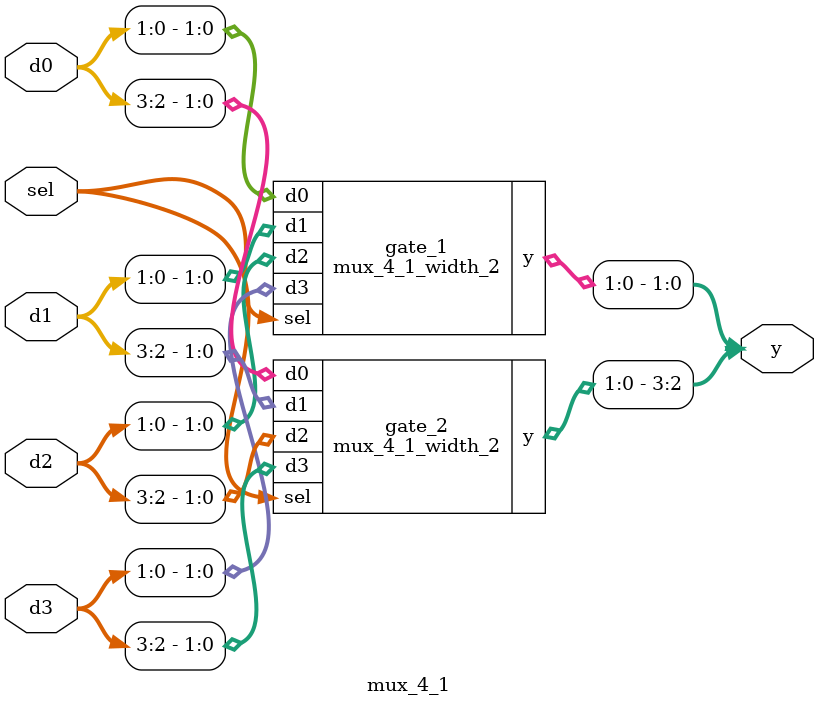
<source format=sv>

module mux_4_1_width_2
(
  input  [1:0] d0, d1, d2, d3,
  input  [1:0] sel,
  output [1:0] y
);

  assign y = sel [1] ? (sel [0] ? d3 : d2)
                     : (sel [0] ? d1 : d0);

endmodule

//----------------------------------------------------------------------------
// Task
//----------------------------------------------------------------------------

module mux_4_1
(
  input  [3:0] d0, d1, d2, d3,
  input  [1:0] sel,
  output [3:0] y
);

mux_4_1_width_2 gate_1(
.d0(d0[0:1]), .d1(d1[0:1]), .d2(d2[0:1]), .d3(d3[0:1]), .sel(sel), .y(y[0:1])
);
mux_4_1_width_2 gate_2(
.d0(d0[2:3]), .d1(d1[2:3]), .d2(d2[2:3]), .d3(d3[2:3]), .sel(sel), .y(y[2:3])
);
  // Task:
  // Implement mux_4_1 with 4-bit data
  // using two instances of mux_4_1_width_2 with 2-bit data


endmodule

</source>
